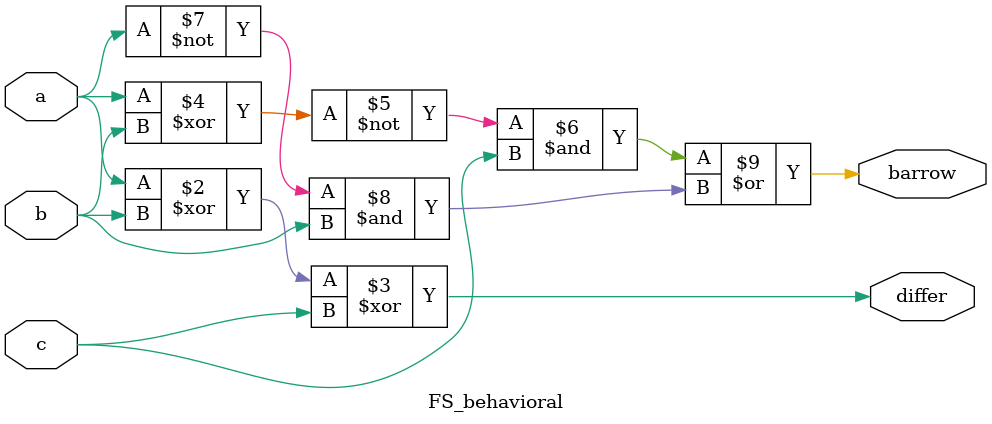
<source format=v>
`timescale 1ns / 1ps


module FS_behavioral(
    input a,
    input b,
    input c,
    output reg differ,
    output reg barrow
    );
    always @(*)
    begin 
    differ = (a^b)^c; 
    barrow = ~(a^b)&c | ~a&b;
    end
endmodule

</source>
